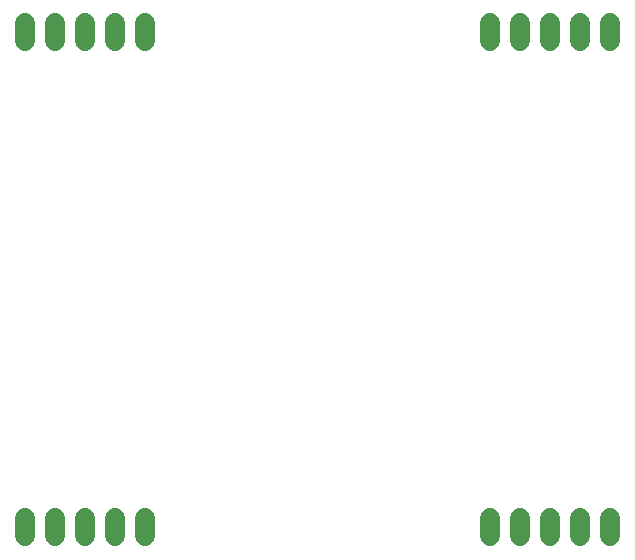
<source format=gbr>
G04 EAGLE Gerber RS-274X export*
G75*
%MOMM*%
%FSLAX34Y34*%
%LPD*%
%INSoldermask Bottom*%
%IPPOS*%
%AMOC8*
5,1,8,0,0,1.08239X$1,22.5*%
G01*
%ADD10C,1.727200*%


D10*
X292100Y464820D02*
X292100Y449580D01*
X266700Y449580D02*
X266700Y464820D01*
X241300Y464820D02*
X241300Y449580D01*
X215900Y449580D02*
X215900Y464820D01*
X190500Y464820D02*
X190500Y449580D01*
X685800Y449580D02*
X685800Y464820D01*
X660400Y464820D02*
X660400Y449580D01*
X635000Y449580D02*
X635000Y464820D01*
X609600Y464820D02*
X609600Y449580D01*
X584200Y449580D02*
X584200Y464820D01*
X292100Y45720D02*
X292100Y30480D01*
X266700Y30480D02*
X266700Y45720D01*
X241300Y45720D02*
X241300Y30480D01*
X215900Y30480D02*
X215900Y45720D01*
X190500Y45720D02*
X190500Y30480D01*
X685800Y30480D02*
X685800Y45720D01*
X660400Y45720D02*
X660400Y30480D01*
X635000Y30480D02*
X635000Y45720D01*
X609600Y45720D02*
X609600Y30480D01*
X584200Y30480D02*
X584200Y45720D01*
M02*

</source>
